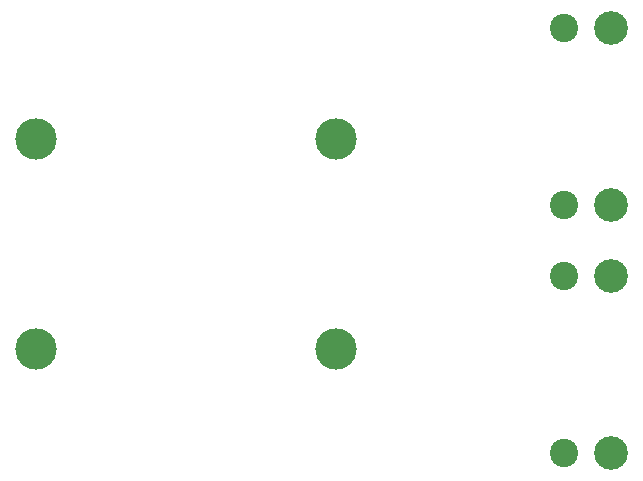
<source format=gbr>
%TF.GenerationSoftware,KiCad,Pcbnew,5.1.4-3.fc31*%
%TF.CreationDate,2019-11-06T17:17:02+01:00*%
%TF.ProjectId,beieliscale-kicad,62656965-6c69-4736-9361-6c652d6b6963,rev?*%
%TF.SameCoordinates,Original*%
%TF.FileFunction,NonPlated,1,2,NPTH,Drill*%
%TF.FilePolarity,Positive*%
%FSLAX46Y46*%
G04 Gerber Fmt 4.6, Leading zero omitted, Abs format (unit mm)*
G04 Created by KiCad (PCBNEW 5.1.4-3.fc31) date 2019-11-06 17:17:02*
%MOMM*%
%LPD*%
G04 APERTURE LIST*
%TA.AperFunction,ComponentDrill*%
%ADD10C,2.400000*%
%TD*%
%TA.AperFunction,ComponentDrill*%
%ADD11C,2.850000*%
%TD*%
%TA.AperFunction,ComponentDrill*%
%ADD12C,3.500000*%
%TD*%
G04 APERTURE END LIST*
D10*
%TO.C,J2*%
X150495000Y-60015000D03*
X150495000Y-75015000D03*
%TO.C,J1*%
X150495000Y-39060000D03*
X150495000Y-54060000D03*
D11*
%TO.C,J2*%
X154495000Y-60015000D03*
X154495000Y-75015000D03*
%TO.C,J1*%
X154495000Y-39060000D03*
X154495000Y-54060000D03*
D12*
%TO.C,HX711*%
X105805000Y-48465000D03*
X105805000Y-66245000D03*
X131205000Y-48465000D03*
X131205000Y-66245000D03*
M02*

</source>
